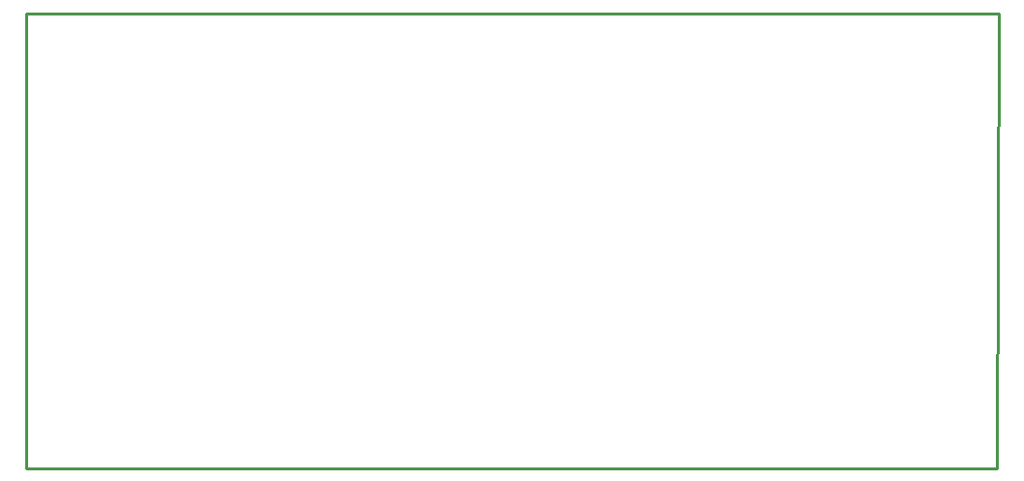
<source format=gbr>
G04 EAGLE Gerber RS-274X export*
G75*
%MOMM*%
%FSLAX34Y34*%
%LPD*%
%IN*%
%IPPOS*%
%AMOC8*
5,1,8,0,0,1.08239X$1,22.5*%
G01*
%ADD10C,0.254000*%


D10*
X140000Y397500D02*
X989000Y397500D01*
X990000Y795500D01*
X140000Y795500D01*
X140000Y397500D01*
M02*

</source>
